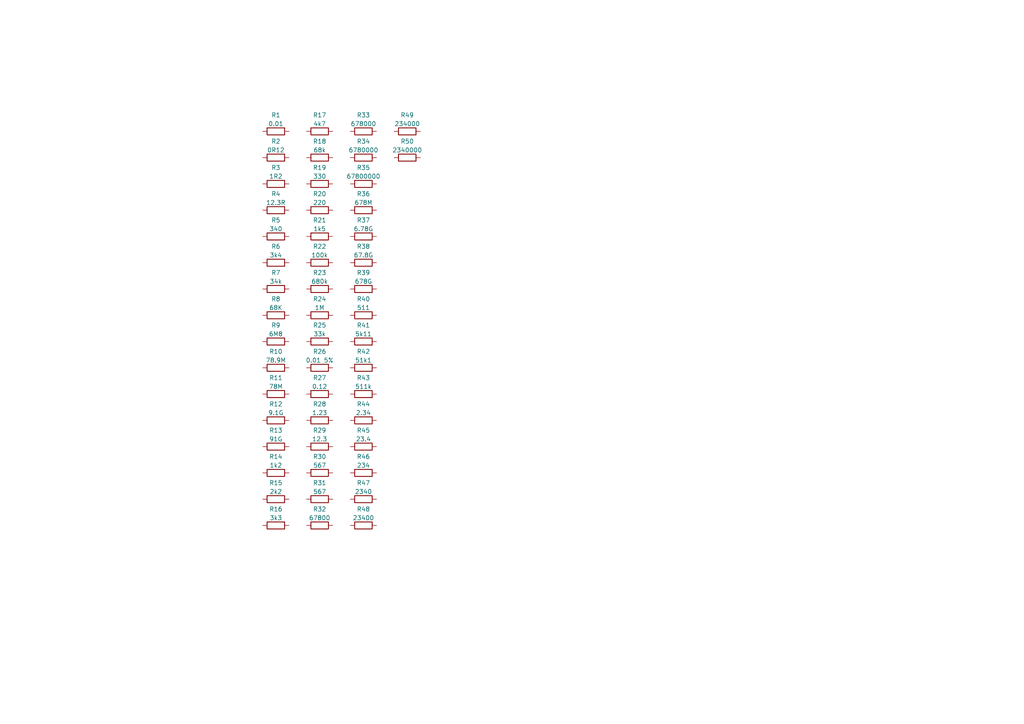
<source format=kicad_sch>
(kicad_sch (version 20211123) (generator eeschema)
  (paper "A4")
  (lib_symbols
    (symbol "Device:R" (pin_numbers hide) (pin_names (offset 0))
      (property "Reference" "R" (at 2.032 0 90))
      (property "Value" "R" (at 0 0 90))
      (symbol "R_0_1"
        (rectangle (start -1.016 -2.54) (end 1.016 2.54) (stroke (width 0.254)))
      )
      (symbol "R_1_1"
        (pin passive line (at 0 3.81 270) (length 1.27) (name "~") (number "1"))
        (pin passive line (at 0 -3.81 90) (length 1.27) (name "~") (number "2"))
      )
    )
  )
  (symbol (lib_id "Device:R") (at 80.01 144.78 90) (unit 1)
    (property "Reference" "R15" (at 80.01 140.0642 90))
    (property "Value" "2k2" (at 80.01 142.6011 90))
    (property "Footprint" "Resistor_THT:R_Axial_DIN0309_L9.0mm_D3.2mm_P2.54mm_Vertical" (effects hide))
    (property "tol" "10%" (effects hide))
  )
  (symbol (lib_id "Device:R") (at 105.41 99.06 90) (unit 1)
    (property "Reference" "R41" (at 105.41 94.3442 90))
    (property "Value" "5k11" (at 105.41 96.8811 90))
    (property "Footprint" "Resistor_THT:R_Axial_DIN0617_L17.0mm_D6.0mm_P30.48mm_Horizontal" (effects hide))
    (property "tolerance" "0.25%" (effects hide))
  )
  (symbol (lib_id "Device:R") (at 105.41 121.92 90) (unit 1)
    (property "Reference" "R44" (at 105.41 117.2042 90))
    (property "Value" "2.34" (at 105.41 119.7411 90))
    (property "Footprint" "Resistor_THT:R_Axial_DIN0918_L18.0mm_D9.0mm_P22.86mm_Horizontal" (effects hide))
    (property "tolerance" "0.1%" (effects hide))
  )
  (symbol (lib_id "Device:R") (at 92.71 99.06 90) (unit 1)
    (property "Reference" "R25" (at 92.71 94.3442 90))
    (property "Value" "33k" (at 92.71 96.8811 90))
    (property "Footprint" "Resistor_THT:R_Axial_DIN0414_L11.9mm_D4.5mm_P20.32mm_Horizontal" (effects hide))
    (property "tolerance" "2%" (effects hide))
  )
  (symbol (lib_id "Device:R") (at 105.41 144.78 90) (unit 1)
    (property "Reference" "R47" (at 105.41 140.0642 90))
    (property "Value" "2340" (at 105.41 142.6011 90))
    (property "Footprint" "Resistor_THT:R_Axial_DIN0918_L18.0mm_D9.0mm_P7.62mm_Vertical" (effects hide))
    (property "tolerance" "0.05%" (effects hide))
  )
  (symbol (lib_id "Device:R") (at 105.41 38.1 90) (unit 1)
    (property "Reference" "R33" (at 105.41 33.3842 90))
    (property "Value" "678000" (at 105.41 35.9211 90))
    (property "Footprint" "Resistor_THT:R_Axial_DIN0516_L15.5mm_D5.0mm_P7.62mm_Vertical" (effects hide))
    (property "tolerance" "1%" (effects hide))
  )
  (symbol (lib_id "Device:R") (at 92.71 91.44 90) (unit 1)
    (property "Reference" "R24" (at 92.71 86.7242 90))
    (property "Value" "1M" (at 92.71 89.2611 90))
    (property "Footprint" "Resistor_THT:R_Axial_DIN0414_L11.9mm_D4.5mm_P15.24mm_Horizontal" (effects hide))
    (property "tol" "5%" (effects hide))
  )
  (symbol (lib_id "Device:R") (at 92.71 53.34 90) (unit 1)
    (property "Reference" "R19" (at 92.71 48.6242 90))
    (property "Value" "330" (at 92.71 51.1611 90))
    (property "Footprint" "Resistor_THT:R_Axial_DIN0411_L9.9mm_D3.6mm_P15.24mm_Horizontal" (effects hide))
    (property "tol" "5%" (effects hide))
  )
  (symbol (lib_id "Device:R") (at 92.71 129.54 90) (unit 1)
    (property "Reference" "R29" (at 92.71 124.8242 90))
    (property "Value" "12.3" (at 92.71 127.3611 90))
    (property "Footprint" "Resistor_THT:R_Axial_DIN0516_L15.5mm_D5.0mm_P20.32mm_Horizontal" (effects hide))
    (property "tolerance" "2%" (effects hide))
  )
  (symbol (lib_id "Device:R") (at 92.71 144.78 90) (unit 1)
    (property "Reference" "R31" (at 92.71 140.0642 90))
    (property "Value" "567" (at 92.71 142.6011 90))
    (property "Footprint" "Resistor_THT:R_Axial_DIN0516_L15.5mm_D5.0mm_P30.48mm_Horizontal" (effects hide))
    (property "tolerance" "1%" (effects hide))
  )
  (symbol (lib_id "Device:R") (at 92.71 137.16 90) (unit 1)
    (property "Reference" "R30" (at 92.71 132.4442 90))
    (property "Value" "567" (at 92.71 134.9811 90))
    (property "Footprint" "Resistor_THT:R_Axial_DIN0516_L15.5mm_D5.0mm_P25.40mm_Horizontal" (effects hide))
    (property "tolerance" "2%" (effects hide))
  )
  (symbol (lib_id "Device:R") (at 105.41 137.16 90) (unit 1)
    (property "Reference" "R46" (at 105.41 132.4442 90))
    (property "Value" "234" (at 105.41 134.9811 90))
    (property "Footprint" "Resistor_THT:R_Axial_DIN0918_L18.0mm_D9.0mm_P30.48mm_Horizontal" (effects hide))
    (property "tolerance" "0.05%" (effects hide))
  )
  (symbol (lib_id "Device:R") (at 105.41 106.68 90) (unit 1)
    (property "Reference" "R42" (at 105.41 101.9642 90))
    (property "Value" "51k1" (at 105.41 104.5011 90))
    (property "Footprint" "Resistor_THT:R_Axial_DIN0617_L17.0mm_D6.0mm_P5.08mm_Vertical" (effects hide))
    (property "tolerance" "0.1%" (effects hide))
  )
  (symbol (lib_id "Device:R") (at 92.71 45.72 90) (unit 1)
    (property "Reference" "R18" (at 92.71 41.0042 90))
    (property "Value" "68k" (at 92.71 43.5411 90))
    (property "Footprint" "Resistor_THT:R_Axial_DIN0411_L9.9mm_D3.6mm_P12.70mm_Horizontal" (effects hide))
    (property "tol" "5%" (effects hide))
  )
  (symbol (lib_id "Device:R") (at 80.01 129.54 90) (unit 1)
    (property "Reference" "R13" (at 80.01 124.8242 90))
    (property "Value" "91G" (at 80.01 127.3611 90))
    (property "Footprint" "Resistor_THT:R_Axial_DIN0309_L9.0mm_D3.2mm_P20.32mm_Horizontal" (effects hide))
    (property "tol" "10%" (effects hide))
  )
  (symbol (lib_id "Device:R") (at 80.01 68.58 90) (unit 1)
    (property "Reference" "R5" (at 80.01 63.8642 90))
    (property "Value" "340" (at 80.01 66.4011 90))
    (property "Footprint" "Resistor_THT:R_Axial_DIN0204_L3.6mm_D1.6mm_P7.62mm_Horizontal" (effects hide))
  )
  (symbol (lib_id "Device:R") (at 92.71 76.2 90) (unit 1)
    (property "Reference" "R22" (at 92.71 71.4842 90))
    (property "Value" "100k" (at 92.71 74.0211 90))
    (property "Footprint" "Resistor_THT:R_Axial_DIN0411_L9.9mm_D3.6mm_P5.08mm_Vertical" (effects hide))
    (property "tol" "5%" (effects hide))
  )
  (symbol (lib_id "Device:R") (at 80.01 53.34 90) (unit 1)
    (property "Reference" "R3" (at 80.01 48.6242 90))
    (property "Value" "1R2" (at 80.01 51.1611 90))
    (property "Footprint" "Resistor_THT:R_Axial_DIN0204_L3.6mm_D1.6mm_P5.08mm_Horizontal" (effects hide))
  )
  (symbol (lib_id "Device:R") (at 80.01 114.3 90) (unit 1)
    (property "Reference" "R11" (at 80.01 109.5842 90))
    (property "Value" "78M" (at 80.01 112.1211 90))
    (property "Footprint" "Resistor_THT:R_Axial_DIN0309_L9.0mm_D3.2mm_P12.70mm_Horizontal" (effects hide))
    (property "tol" "10%" (effects hide))
  )
  (symbol (lib_id "Device:R") (at 105.41 91.44 90) (unit 1)
    (property "Reference" "R40" (at 105.41 86.7242 90))
    (property "Value" "511" (at 105.41 89.2611 90))
    (property "Footprint" "Resistor_THT:R_Axial_DIN0617_L17.0mm_D6.0mm_P25.40mm_Horizontal" (effects hide))
    (property "tolerance" "0.25%" (effects hide))
  )
  (symbol (lib_id "Device:R") (at 80.01 38.1 90) (unit 1)
    (property "Reference" "R1" (at 80.01 33.3842 90))
    (property "Value" "0.01" (at 80.01 35.9211 90))
    (property "Footprint" "Resistor_THT:R_Axial_DIN0204_L3.6mm_D1.6mm_P1.90mm_Vertical" (effects hide))
  )
  (symbol (lib_id "Device:R") (at 92.71 38.1 90) (unit 1)
    (property "Reference" "R17" (at 92.71 33.3842 90))
    (property "Value" "4k7" (at 92.71 35.9211 90))
    (property "Footprint" "Resistor_THT:R_Axial_DIN0309_L9.0mm_D3.2mm_P5.08mm_Vertical" (effects hide))
    (property "tol" "5%" (effects hide))
  )
  (symbol (lib_id "Device:R") (at 105.41 45.72 90) (unit 1)
    (property "Reference" "R34" (at 105.41 41.0042 90))
    (property "Value" "6780000" (at 105.41 43.5411 90))
    (property "Footprint" "Resistor_THT:R_Axial_DIN0614_L14.3mm_D5.7mm_P15.24mm_Horizontal" (effects hide))
    (property "tolerance" "0.01%" (effects hide))
  )
  (symbol (lib_id "Device:R") (at 80.01 45.72 90) (unit 1)
    (property "Reference" "R2" (at 80.01 41.0042 90))
    (property "Value" "0R12" (at 80.01 43.5411 90))
    (property "Footprint" "Resistor_THT:R_Axial_DIN0204_L3.6mm_D1.6mm_P2.54mm_Vertical" (effects hide))
  )
  (symbol (lib_id "Device:R") (at 105.41 76.2 90) (unit 1)
    (property "Reference" "R38" (at 105.41 71.4842 90))
    (property "Value" "67.8G" (at 105.41 74.0211 90))
    (property "Footprint" "Resistor_THT:R_Axial_DIN0614_L14.3mm_D5.7mm_P7.62mm_Vertical" (effects hide))
    (property "tolerance" "0.5%" (effects hide))
  )
  (symbol (lib_id "Device:R") (at 92.71 83.82 90) (unit 1)
    (property "Reference" "R23" (at 92.71 79.1042 90))
    (property "Value" "680k" (at 92.71 81.6411 90))
    (property "Footprint" "Resistor_THT:R_Axial_DIN0411_L9.9mm_D3.6mm_P7.62mm_Vertical" (effects hide))
    (property "tol" "5%" (effects hide))
  )
  (symbol (lib_id "Device:R") (at 105.41 53.34 90) (unit 1)
    (property "Reference" "R35" (at 105.41 48.6242 90))
    (property "Value" "67800000" (at 105.41 51.1611 90))
    (property "Footprint" "Resistor_THT:R_Axial_DIN0614_L14.3mm_D5.7mm_P20.32mm_Horizontal" (effects hide))
    (property "tolerance" "0.01%" (effects hide))
  )
  (symbol (lib_id "Device:R") (at 105.41 60.96 90) (unit 1)
    (property "Reference" "R36" (at 105.41 56.2442 90))
    (property "Value" "678M" (at 105.41 58.7811 90))
    (property "Footprint" "Resistor_THT:R_Axial_DIN0614_L14.3mm_D5.7mm_P25.40mm_Horizontal" (effects hide))
    (property "tolerance" "0.5%" (effects hide))
  )
  (symbol (lib_id "Device:R") (at 105.41 152.4 90) (unit 1)
    (property "Reference" "R48" (at 105.41 147.6842 90))
    (property "Value" "23400" (at 105.41 150.2211 90))
    (property "Footprint" "Resistor_THT:R_Axial_DIN0922_L20.0mm_D9.0mm_P25.40mm_Horizontal" (effects hide))
    (property "tolerance" "0.02%" (effects hide))
  )
  (symbol (lib_id "Device:R") (at 92.71 121.92 90) (unit 1)
    (property "Reference" "R28" (at 92.71 117.2042 90))
    (property "Value" "1.23" (at 92.71 119.7411 90))
    (property "Footprint" "Resistor_THT:R_Axial_DIN0414_L11.9mm_D4.5mm_P7.62mm_Vertical" (effects hide))
    (property "tolerance" "2%" (effects hide))
  )
  (symbol (lib_id "Device:R") (at 105.41 68.58 90) (unit 1)
    (property "Reference" "R37" (at 105.41 63.8642 90))
    (property "Value" "6.78G" (at 105.41 66.4011 90))
    (property "Footprint" "Resistor_THT:R_Axial_DIN0614_L14.3mm_D5.7mm_P5.08mm_Vertical" (effects hide))
    (property "tolerance" "0.5%" (effects hide))
  )
  (symbol (lib_id "Device:R") (at 92.71 114.3 90) (unit 1)
    (property "Reference" "R27" (at 92.71 109.5842 90))
    (property "Value" "0.12" (at 92.71 112.1211 90))
    (property "Footprint" "Resistor_THT:R_Axial_DIN0414_L11.9mm_D4.5mm_P5.08mm_Vertical" (effects hide))
    (property "tolerance" "2%" (effects hide))
  )
  (symbol (lib_id "Device:R") (at 92.71 60.96 90) (unit 1)
    (property "Reference" "R20" (at 92.71 56.2442 90))
    (property "Value" "220" (at 92.71 58.7811 90))
    (property "Footprint" "Resistor_THT:R_Axial_DIN0411_L9.9mm_D3.6mm_P20.32mm_Horizontal" (effects hide))
    (property "tol" "5%" (effects hide))
  )
  (symbol (lib_id "Device:R") (at 92.71 152.4 90) (unit 1)
    (property "Reference" "R32" (at 92.71 147.6842 90))
    (property "Value" "67800" (at 92.71 150.2211 90))
    (property "Footprint" "Resistor_THT:R_Axial_DIN0516_L15.5mm_D5.0mm_P5.08mm_Vertical" (effects hide))
    (property "tolerance" "1%" (effects hide))
  )
  (symbol (lib_id "Device:R") (at 80.01 121.92 90) (unit 1)
    (property "Reference" "R12" (at 80.01 117.2042 90))
    (property "Value" "9.1G" (at 80.01 119.7411 90))
    (property "Footprint" "Resistor_THT:R_Axial_DIN0309_L9.0mm_D3.2mm_P15.24mm_Horizontal" (effects hide))
    (property "tol" "10%" (effects hide))
  )
  (symbol (lib_id "Device:R") (at 80.01 91.44 90) (unit 1)
    (property "Reference" "R8" (at 80.01 86.7242 90))
    (property "Value" "68K" (at 80.01 89.2611 90))
    (property "Footprint" "Resistor_THT:R_Axial_DIN0207_L6.3mm_D2.5mm_P2.54mm_Vertical" (effects hide))
  )
  (symbol (lib_id "Device:R") (at 92.71 106.68 90) (unit 1)
    (property "Reference" "R26" (at 92.71 101.9642 90))
    (property "Value" "0.01 5%" (at 92.71 104.5011 90))
    (property "Footprint" "Resistor_THT:R_Axial_DIN0414_L11.9mm_D4.5mm_P25.40mm_Horizontal" (effects hide))
  )
  (symbol (lib_id "Device:R") (at 105.41 114.3 90) (unit 1)
    (property "Reference" "R43" (at 105.41 109.5842 90))
    (property "Value" "511k" (at 105.41 112.1211 90))
    (property "Footprint" "Resistor_THT:R_Axial_DIN0617_L17.0mm_D6.0mm_P7.62mm_Vertical" (effects hide))
    (property "tolerance" "0.1%" (effects hide))
  )
  (symbol (lib_id "Device:R") (at 80.01 83.82 90) (unit 1)
    (property "Reference" "R7" (at 80.01 79.1042 90))
    (property "Value" "34k" (at 80.01 81.6411 90))
    (property "Footprint" "Resistor_THT:R_Axial_DIN0207_L6.3mm_D2.5mm_P15.24mm_Horizontal" (effects hide))
  )
  (symbol (lib_id "Device:R") (at 118.11 38.1 90) (unit 1)
    (property "Reference" "R49" (at 118.11 33.3842 90))
    (property "Value" "234000" (at 118.11 35.9211 90))
    (property "Footprint" "Resistor_THT:R_Axial_DIN0922_L20.0mm_D9.0mm_P30.48mm_Horizontal" (effects hide))
    (property "tolerance" "0.02%" (effects hide))
  )
  (symbol (lib_id "Device:R") (at 80.01 60.96 90) (unit 1)
    (property "Reference" "R4" (at 80.01 56.2442 90))
    (property "Value" "12.3R" (at 80.01 58.7811 90))
    (property "Footprint" "Resistor_THT:R_Axial_DIN0204_L3.6mm_D1.6mm_P5.08mm_Vertical" (effects hide))
  )
  (symbol (lib_id "Device:R") (at 105.41 129.54 90) (unit 1)
    (property "Reference" "R45" (at 105.41 124.8242 90))
    (property "Value" "23.4" (at 105.41 127.3611 90))
    (property "Footprint" "Resistor_THT:R_Axial_DIN0918_L18.0mm_D9.0mm_P25.40mm_Horizontal" (effects hide))
    (property "tolerance" "0.05%" (effects hide))
  )
  (symbol (lib_id "Device:R") (at 80.01 152.4 90) (unit 1)
    (property "Reference" "R16" (at 80.01 147.6842 90))
    (property "Value" "3k3" (at 80.01 150.2211 90))
    (property "Footprint" "Resistor_THT:R_Axial_DIN0309_L9.0mm_D3.2mm_P5.08mm_Horizontal" (effects hide))
    (property "tol" "10%" (effects hide))
  )
  (symbol (lib_id "Device:R") (at 80.01 106.68 90) (unit 1)
    (property "Reference" "R10" (at 80.01 101.9642 90))
    (property "Value" "78.9M" (at 80.01 104.5011 90))
    (property "Footprint" "Resistor_THT:R_Axial_DIN0207_L6.3mm_D2.5mm_P7.62mm_Horizontal" (effects hide))
    (property "tol" "10%" (effects hide))
  )
  (symbol (lib_id "Device:R") (at 80.01 99.06 90) (unit 1)
    (property "Reference" "R9" (at 80.01 94.3442 90))
    (property "Value" "6M8" (at 80.01 96.8811 90))
    (property "Footprint" "Resistor_THT:R_Axial_DIN0207_L6.3mm_D2.5mm_P5.08mm_Vertical" (effects hide))
    (property "tol" "10%" (effects hide))
  )
  (symbol (lib_id "Device:R") (at 80.01 137.16 90) (unit 1)
    (property "Reference" "R14" (at 80.01 132.4442 90))
    (property "Value" "1k2" (at 80.01 134.9811 90))
    (property "Footprint" "Resistor_THT:R_Axial_DIN0309_L9.0mm_D3.2mm_P25.40mm_Horizontal" (effects hide))
    (property "tol" "10%" (effects hide))
  )
  (symbol (lib_id "Device:R") (at 118.11 45.72 90) (unit 1)
    (property "Reference" "R50" (at 118.11 41.0042 90))
    (property "Value" "2340000" (at 118.11 43.5411 90))
    (property "Footprint" "Resistor_THT:R_Axial_DIN0922_L20.0mm_D9.0mm_P7.62mm_Vertical" (effects hide))
    (property "tolerance" "0.02%" (effects hide))
  )
  (symbol (lib_id "Device:R") (at 105.41 83.82 90) (unit 1)
    (property "Reference" "R39" (at 105.41 79.1042 90))
    (property "Value" "678G" (at 105.41 81.6411 90))
    (property "Footprint" "Resistor_THT:R_Axial_DIN0617_L17.0mm_D6.0mm_P20.32mm_Horizontal" (effects hide))
    (property "tolerance" "0.25%" (effects hide))
  )
  (symbol (lib_id "Device:R") (at 92.71 68.58 90) (unit 1)
    (property "Reference" "R21" (at 92.71 63.8642 90))
    (property "Value" "1k5" (at 92.71 66.4011 90))
    (property "Footprint" "Resistor_THT:R_Axial_DIN0411_L9.9mm_D3.6mm_P25.40mm_Horizontal" (effects hide))
    (property "tol" "5%" (effects hide))
  )
  (symbol (lib_id "Device:R") (at 80.01 76.2 90) (unit 1)
    (property "Reference" "R6" (at 80.01 71.4842 90))
    (property "Value" "3k4" (at 80.01 74.0211 90))
    (property "Footprint" "Resistor_THT:R_Axial_DIN0207_L6.3mm_D2.5mm_P10.16mm_Horizontal" (effects hide))
  )
)
</source>
